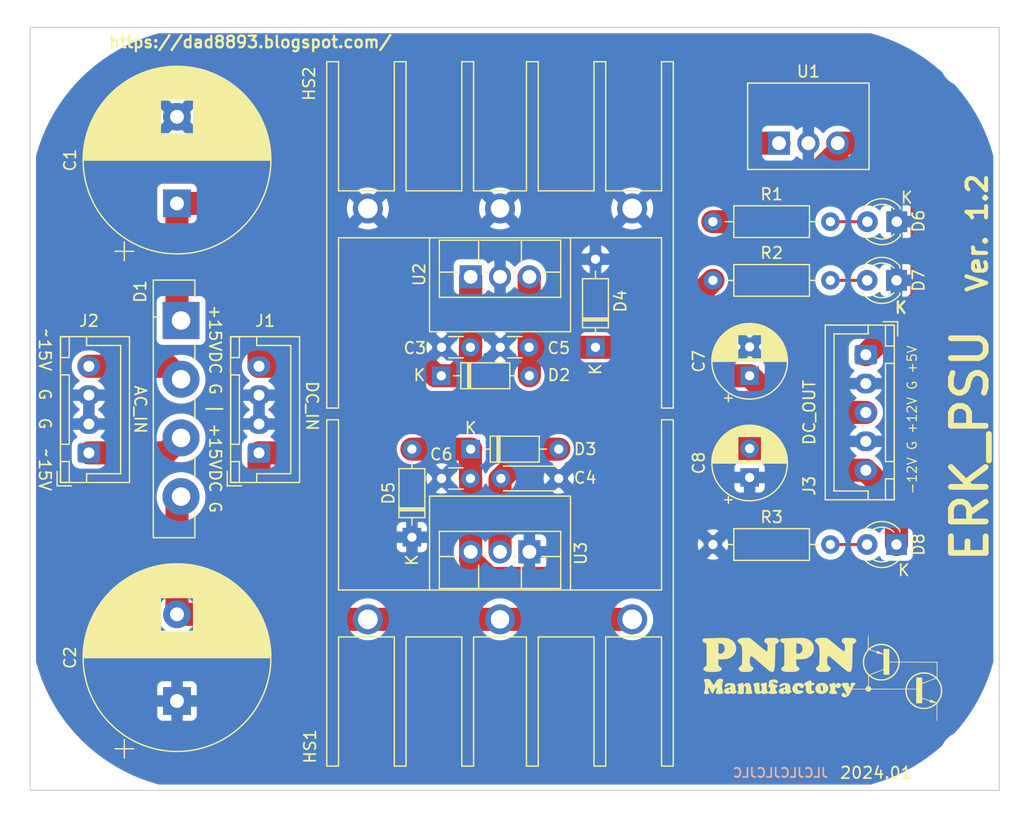
<source format=kicad_pcb>
(kicad_pcb (version 20211014) (generator pcbnew)
  (title_block (title "Dual 12V 5V PSU") (date "2023-02-20") (rev "Ver. 1.1a") (company "PNPN Manufactory"))
  (layers (0 "F.Cu" signal) (31 "B.Cu" signal) (34 "B.Paste" user) (35 "F.Paste" user) (36 "B.SilkS" user "B.Silkscreen") (37 "F.SilkS" user "F.Silkscreen") (38 "B.Mask" user) (39 "F.Mask" user) (44 "Edge.Cuts" user))
  (net 0 "")
  (net 1 "/+15V")
  (net 2 "GND")
  (net 3 "/-15V")
  (net 4 "+5V")
  (net 5 "+12V")
  (net 6 "-12V")
  (net 7 "Net-(D1-Pad2)")
  (net 8 "Net-(D1-Pad3)")
  (net 9 "Net-(D7-Pad2)")
  (net 10 "Net-(D8-Pad2)")
  (net 11 "Net-(D6-Pad2)")
  (footprint "Capacitor_THT:C_Disc_D3.0mm_W1.6mm_P2.50mm" (layer "F.Cu") (at 134.6 93.726 180)
    (fp_text reference "C3" (at 4.806 -0.073) (layer "F.SilkS"))
    (fp_text value "0.33u")
    (pad "1" thru_hole circle (at 0 0 180) (size 1.6 1.6) (drill 0.8) (layers *.Cu *.Mask) (net 1 "/+15V"))
    (pad "2" thru_hole circle (at 2.5 0 180) (size 1.6 1.6) (drill 0.8) (layers *.Cu *.Mask) (net 2 "GND"))
  )
  (footprint "Diode_THT:D_DO-35_SOD27_P7.62mm_Horizontal" (layer "F.Cu") (at 145.415 93.726 90)
    (fp_text reference "D4" (at 3.991 2.159 90) (layer "F.SilkS"))
    (fp_text value "1S4")
    (fp_text user "K" (at -1.905 0 90) (layer "F.SilkS"))
    (pad "1" thru_hole rect (at 0 0 90) (size 1.6 1.6) (drill 0.8) (layers *.Cu *.Mask) (net 5 "+12V"))
    (pad "2" thru_hole oval (at 7.62 0 90) (size 1.6 1.6) (drill 0.8) (layers *.Cu *.Mask) (net 2 "GND"))
  )
  (footprint "Resistor_THT:R_Axial_DIN0207_L6.3mm_D2.5mm_P10.16mm_Horizontal" (layer "F.Cu") (at 155.575 82.858)
    (fp_text reference "R1" (at 5.08 -2.37) (layer "F.SilkS"))
    (fp_text value "1k")
    (pad "1" thru_hole circle (at 0 0) (size 1.6 1.6) (drill 0.8) (layers *.Cu *.Mask) (net 4 "+5V"))
    (pad "2" thru_hole oval (at 10.16 0) (size 1.6 1.6) (drill 0.8) (layers *.Cu *.Mask) (net 11 "Net-(D6-Pad2)"))
  )
  (footprint "Diode_THT:D_DO-35_SOD27_P7.62mm_Horizontal" (layer "F.Cu") (at 132.08 96.193)
    (fp_text reference "D2" (at 10.17 -0.054) (layer "F.SilkS"))
    (fp_text value "1S4")
    (fp_text user "K" (at -1.895 -0.054) (layer "F.SilkS"))
    (pad "1" thru_hole rect (at 0 0) (size 1.6 1.6) (drill 0.8) (layers *.Cu *.Mask) (net 1 "/+15V"))
    (pad "2" thru_hole oval (at 7.62 0) (size 1.6 1.6) (drill 0.8) (layers *.Cu *.Mask) (net 5 "+12V"))
  )
  (footprint "Diode_THT:Diode_Bridge_Vishay_GBU" (layer "F.Cu") (at 109.57 91.41 -90)
    (fp_text reference "D1" (at -2.51 3.525 90) (layer "F.SilkS"))
    (fp_text value "GBU4J")
    (pad "1" thru_hole rect (at 0 0 270) (size 3.2 3.2) (drill 1.6) (layers *.Cu *.Mask) (net 1 "/+15V"))
    (pad "2" thru_hole circle (at 5.08 0 270) (size 3.2 3.2) (drill 1.6) (layers *.Cu *.Mask) (net 7 "Net-(D1-Pad2)"))
    (pad "3" thru_hole circle (at 10.16 0 270) (size 3.2 3.2) (drill 1.6) (layers *.Cu *.Mask) (net 8 "Net-(D1-Pad3)"))
    (pad "4" thru_hole circle (at 15.24 0 270) (size 3.2 3.2) (drill 1.6) (layers *.Cu *.Mask) (net 3 "/-15V"))
  )
  (footprint "Connector_JST:JST_XH_B4B-XH-A_1x04_P2.50mm_Vertical" (layer "F.Cu") (at 101.6 102.87 90)
    (fp_text reference "J2" (at 11.43 0 180) (layer "F.SilkS"))
    (fp_text value "AC_IN")
    (pad "1" thru_hole roundrect (at 0 0 90) (size 1.7 1.95) (drill 0.95) (layers *.Cu *.Mask) (roundrect_rratio 0.1470588235) (net 8 "Net-(D1-Pad3)"))
    (pad "2" thru_hole oval (at 2.5 0 90) (size 1.7 1.95) (drill 0.95) (layers *.Cu *.Mask) (net 2 "GND"))
    (pad "3" thru_hole oval (at 5 0 90) (size 1.7 1.95) (drill 0.95) (layers *.Cu *.Mask) (net 2 "GND"))
    (pad "4" thru_hole oval (at 7.5 0 90) (size 1.7 1.95) (drill 0.95) (layers *.Cu *.Mask) (net 7 "Net-(D1-Pad2)"))
  )
  (footprint "myfootprint:Silk_PNPN_Manufactory_600dpi" (layer "F.Cu") (at 161.29 121.158)
    (fp_text reference "G***" hide)
    (fp_text value "LOGO" hide)
  )
  (footprint "Resistor_THT:R_Axial_DIN0207_L6.3mm_D2.5mm_P10.16mm_Horizontal" (layer "F.Cu") (at 155.575 87.938)
    (fp_text reference "R2" (at 5.08 -2.37) (layer "F.SilkS"))
    (fp_text value "4.7k")
    (pad "1" thru_hole circle (at 0 0) (size 1.6 1.6) (drill 0.8) (layers *.Cu *.Mask) (net 5 "+12V"))
    (pad "2" thru_hole oval (at 10.16 0) (size 1.6 1.6) (drill 0.8) (layers *.Cu *.Mask) (net 9 "Net-(D7-Pad2)"))
  )
  (footprint "Diode_THT:D_DO-35_SOD27_P7.62mm_Horizontal" (layer "F.Cu") (at 129.54 110.163 90)
    (fp_text reference "D5" (at 3.81 -2.032 90) (layer "F.SilkS"))
    (fp_text value "1S4")
    (fp_text user "K" (at -1.978 0 90) (layer "F.SilkS"))
    (pad "1" thru_hole rect (at 0 0 90) (size 1.6 1.6) (drill 0.8) (layers *.Cu *.Mask) (net 2 "GND"))
    (pad "2" thru_hole oval (at 7.62 0 90) (size 1.6 1.6) (drill 0.8) (layers *.Cu *.Mask) (net 6 "-12V"))
  )
  (footprint "Package_TO_SOT_THT:TO-220F-3_Vertical" (layer "F.Cu") (at 134.62 87.63)
    (fp_text reference "U2" (at -4.445 -0.2 90) (layer "F.SilkS"))
    (fp_text value "L7812")
    (pad "1" thru_hole rect (at 0 0) (size 1.905 2) (drill 1.2) (layers *.Cu *.Mask) (net 1 "/+15V"))
    (pad "2" thru_hole oval (at 2.54 0) (size 1.905 2) (drill 1.2) (layers *.Cu *.Mask) (net 2 "GND"))
    (pad "3" thru_hole oval (at 5.08 0) (size 1.905 2) (drill 1.2) (layers *.Cu *.Mask) (net 5 "+12V"))
  )
  (footprint "Capacitor_THT:C_Disc_D3.0mm_W1.6mm_P2.50mm" (layer "F.Cu") (at 132.1 105.083)
    (fp_text reference "C6" (at -0.02 -2.086) (layer "F.SilkS"))
    (fp_text value "0.1u")
    (pad "1" thru_hole circle (at 0 0) (size 1.6 1.6) (drill 0.8) (layers *.Cu *.Mask) (net 2 "GND"))
    (pad "2" thru_hole circle (at 2.5 0) (size 1.6 1.6) (drill 0.8) (layers *.Cu *.Mask) (net 6 "-12V"))
  )
  (footprint "myfootprint:Heatsink_30PC030" (layer "F.Cu") (at 137.16 117.275 90)
    (fp_text reference "HS1" (at -10.995 -16.43 90) (layer "F.SilkS"))
    (fp_text value "Heatsink")
    (pad "1" thru_hole circle (at 0 0 90) (size 2.6 2.6) (drill 1.6) (layers *.Cu *.Mask) (net 3 "/-15V"))
    (pad "2" thru_hole circle (at 0 11.43 90) (size 2.6 2.6) (drill 1.7) (layers *.Cu *.Mask) (net 3 "/-15V"))
    (pad "3" thru_hole circle (at 0 -11.43 90) (size 2.6 2.6) (drill 1.7) (layers *.Cu *.Mask) (net 3 "/-15V"))
  )
  (footprint "Connector_JST:JST_XH_B4B-XH-A_1x04_P2.50mm_Vertical" (layer "F.Cu") (at 116.315 102.87 90)
    (fp_text reference "J1" (at 11.43 0.525) (layer "F.SilkS"))
    (fp_text value "DC_IN")
    (pad "1" thru_hole roundrect (at 0 0 90) (size 1.7 1.95) (drill 0.95) (layers *.Cu *.Mask) (roundrect_rratio 0.1470588235) (net 3 "/-15V"))
    (pad "2" thru_hole oval (at 2.5 0 90) (size 1.7 1.95) (drill 0.95) (layers *.Cu *.Mask) (net 2 "GND"))
    (pad "3" thru_hole oval (at 5 0 90) (size 1.7 1.95) (drill 0.95) (layers *.Cu *.Mask) (net 2 "GND"))
    (pad "4" thru_hole oval (at 7.5 0 90) (size 1.7 1.95) (drill 0.95) (layers *.Cu *.Mask) (net 1 "/+15V"))
  )
  (footprint "Capacitor_THT:C_Disc_D4.3mm_W1.9mm_P5.00mm" (layer "F.Cu") (at 142.24 105.083 180)
    (fp_text reference "C4" (at -2.286 0.054) (layer "F.SilkS"))
    (fp_text value "2.2u")
    (pad "1" thru_hole circle (at 0 0 180) (size 1.6 1.6) (drill 0.8) (layers *.Cu *.Mask) (net 2 "GND"))
    (pad "2" thru_hole circle (at 5 0 180) (size 1.6 1.6) (drill 0.8) (layers *.Cu *.Mask) (net 3 "/-15V"))
  )
  (footprint "LED_THT:LED_D3.0mm" (layer "F.Cu") (at 171.475 82.858 180)
    (fp_text reference "D6" (at -1.88 0.054 90) (layer "F.SilkS"))
    (fp_text value "GREEN")
    (pad "1" thru_hole rect (at 0 0 180) (size 1.8 1.8) (drill 0.9) (layers *.Cu *.Mask) (net 2 "GND"))
    (pad "2" thru_hole circle (at 2.54 0 180) (size 1.8 1.8) (drill 0.9) (layers *.Cu *.Mask) (net 11 "Net-(D6-Pad2)"))
  )
  (footprint "MountingHole:MountingHole_3.2mm_M3" (layer "F.Cu") (at 99.06 68.7205)
    (fp_text reference "H1")
    (fp_text value "MountingHole")
    (pad "" np_thru_hole circle (at 0 0) (size 3.2 3.2) (drill 3.2) (layers *.Cu *.Mask))
  )
  (footprint "MountingHole:MountingHole_3.2mm_M3" (layer "F.Cu") (at 177.34 69.04)
    (fp_text reference "H2")
    (fp_text value "MountingHole")
    (pad "" np_thru_hole circle (at 0 0) (size 3.2 3.2) (drill 3.2) (layers *.Cu *.Mask))
  )
  (footprint "LED_THT:LED_D3.0mm" (layer "F.Cu") (at 171.45 110.798 180)
    (fp_text reference "D8" (at -1.905 0 90) (layer "F.SilkS"))
    (fp_text value "BLUE")
    (pad "1" thru_hole rect (at 0 0 180) (size 1.8 1.8) (drill 0.9) (layers *.Cu *.Mask) (net 6 "-12V"))
    (pad "2" thru_hole circle (at 2.54 0 180) (size 1.8 1.8) (drill 0.9) (layers *.Cu *.Mask) (net 10 "Net-(D8-Pad2)"))
  )
  (footprint "Capacitor_THT:C_Disc_D3.0mm_W1.6mm_P2.50mm" (layer "F.Cu") (at 139.68 93.726 180)
    (fp_text reference "C5" (at -2.56 -0.073 180) (layer "F.SilkS"))
    (fp_text value "0.1u")
    (pad "1" thru_hole circle (at 0 0 180) (size 1.6 1.6) (drill 0.8) (layers *.Cu *.Mask) (net 5 "+12V"))
    (pad "2" thru_hole circle (at 2.5 0 180) (size 1.6 1.6) (drill 0.8) (layers *.Cu *.Mask) (net 2 "GND"))
  )
  (footprint "MountingHole:MountingHole_3.2mm_M3" (layer "F.Cu") (at 177.34 129.08)
    (fp_text reference "H4")
    (fp_text value "MountingHole")
    (pad "" np_thru_hole circle (at 0 0) (size 3.2 3.2) (drill 3.2) (layers *.Cu *.Mask))
  )
  (footprint "Capacitor_THT:CP_Radial_D6.3mm_P2.50mm" (layer "F.Cu") (at 158.75 96.193 90)
    (fp_text reference "C7" (at 1.25 -4.4 90) (layer "F.SilkS"))
    (fp_text value "100u")
    (pad "1" thru_hole rect (at 0 0 90) (size 1.6 1.6) (drill 0.8) (layers *.Cu *.Mask) (net 5 "+12V"))
    (pad "2" thru_hole circle (at 2.5 0 90) (size 1.6 1.6) (drill 0.8) (layers *.Cu *.Mask) (net 2 "GND"))
  )
  (footprint "Package_TO_SOT_THT:TO-220F-3_Vertical" (layer "F.Cu") (at 139.7 111.433 180)
    (fp_text reference "U3" (at -4.445 -0.127 90) (layer "F.SilkS"))
    (fp_text value "L7912")
    (pad "1" thru_hole rect (at 0 0 180) (size 1.905 2) (drill 1.2) (layers *.Cu *.Mask) (net 2 "GND"))
    (pad "2" thru_hole oval (at 2.54 0 180) (size 1.905 2) (drill 1.2) (layers *.Cu *.Mask) (net 3 "/-15V"))
    (pad "3" thru_hole oval (at 5.08 0 180) (size 1.905 2) (drill 1.2) (layers *.Cu *.Mask) (net 6 "-12V"))
  )
  (footprint "myfootprint:Silk_PNPN_Thyristor_1200dpi" (layer "F.Cu") (at 171.45 122.428)
    (fp_text reference "G***" hide)
    (fp_text value "LOGO" hide)
  )
  (footprint "Capacitor_THT:CP_Radial_D16.0mm_P7.50mm" (layer "F.Cu") (at 109.22 124.34 90)
    (fp_text reference "C2" (at 3.75 -9.25 90) (layer "F.SilkS"))
    (fp_text value "2200u")
    (pad "1" thru_hole rect (at 0 0 90) (size 2.4 2.4) (drill 1.2) (layers *.Cu *.Mask) (net 2 "GND"))
    (pad "2" thru_hole circle (at 7.5 0 90) (size 2.4 2.4) (drill 1.2) (layers *.Cu *.Mask) (net 3 "/-15V"))
  )
  (footprint "myfootprint:Heatsink_30PC030" (layer "F.Cu") (at 137.16 81.715 -90)
    (fp_text reference "HS2" (at -10.795 16.51 90) (layer "F.SilkS"))
    (fp_text value "Heatsink")
    (pad "1" thru_hole circle (at 0 0 270) (size 2.6 2.6) (drill 1.6) (layers *.Cu *.Mask) (net 2 "GND"))
    (pad "2" thru_hole circle (at 0 11.43 270) (size 2.6 2.6) (drill 1.7) (layers *.Cu *.Mask) (net 2 "GND"))
    (pad "3" thru_hole circle (at 0 -11.43 270) (size 2.6 2.6) (drill 1.7) (layers *.Cu *.Mask) (net 2 "GND"))
  )
  (footprint "LED_THT:LED_D3.0mm" (layer "F.Cu") (at 171.455 87.938 180)
    (fp_text reference "D7" (at -1.905 0 90) (layer "F.SilkS"))
    (fp_text value "RED")
    (pad "1" thru_hole rect (at 0 0 180) (size 1.8 1.8) (drill 0.9) (layers *.Cu *.Mask) (net 2 "GND"))
    (pad "2" thru_hole circle (at 2.54 0 180) (size 1.8 1.8) (drill 0.9) (layers *.Cu *.Mask) (net 9 "Net-(D7-Pad2)"))
  )
  (footprint "MountingHole:MountingHole_3.2mm_M3" (layer "F.Cu") (at 99.06 129.54)
    (fp_text reference "H3")
    (fp_text value "MountingHole")
    (pad "" np_thru_hole circle (at 0 0) (size 3.2 3.2) (drill 3.2) (layers *.Cu *.Mask))
  )
  (footprint "myfootprint:M78AR-1" (layer "F.Cu") (at 161.29 76.0625)
    (fp_text reference "U1" (at 2.54 -6.1995) (layer "F.SilkS"))
    (fp_text value "M78AR05-1")
    (pad "1" thru_hole rect (at 0 0) (size 1.905 2) (drill 1.2) (layers *.Cu *.Mask) (net 1 "/+15V"))
    (pad "2" thru_hole oval (at 2.54 0) (size 1.905 2) (drill 1.2) (layers *.Cu *.Mask) (net 2 "GND"))
    (pad "3" thru_hole oval (at 5.08 0) (size 1.905 2) (drill 1.2) (layers *.Cu *.Mask) (net 4 "+5V"))
  )
  (footprint "Capacitor_THT:CP_Radial_D16.0mm_P7.50mm" (layer "F.Cu") (at 109.22 81.28 90)
    (fp_text reference "C1" (at 3.75 -9.25 90) (layer "F.SilkS"))
    (fp_text value "2200u")
    (pad "1" thru_hole rect (at 0 0 90) (size 2.4 2.4) (drill 1.2) (layers *.Cu *.Mask) (net 1 "/+15V"))
    (pad "2" thru_hole circle (at 7.5 0 90) (size 2.4 2.4) (drill 1.2) (layers *.Cu *.Mask) (net 2 "GND"))
  )
  (footprint "Connector_JST:JST_XH_B5B-XH-A_1x05_P2.50mm_Vertical" (layer "F.Cu") (at 168.8 94.368 -90)
    (fp_text reference "J3" (at 11.35 4.89 90) (layer "F.SilkS"))
    (fp_text value "DC_OUT")
    (pad "1" thru_hole roundrect (at 0 0 270) (size 1.7 1.95) (drill 0.95) (layers *.Cu *.Mask) (roundrect_rratio 0.1470588235) (net 4 "+5V"))
    (pad "2" thru_hole oval (at 2.5 0 270) (size 1.7 1.95) (drill 0.95) (layers *.Cu *.Mask) (net 2 "GND"))
    (pad "3" thru_hole oval (at 5 0 270) (size 1.7 1.95) (drill 0.95) (layers *.Cu *.Mask) (net 5 "+12V"))
    (pad "4" thru_hole oval (at 7.5 0 270) (size 1.7 1.95) (drill 0.95) (layers *.Cu *.Mask) (net 2 "GND"))
    (pad "5" thru_hole oval (at 10 0 270) (size 1.7 1.95) (drill 0.95) (layers *.Cu *.Mask) (net 6 "-12V"))
  )
  (footprint "Resistor_THT:R_Axial_DIN0207_L6.3mm_D2.5mm_P10.16mm_Horizontal" (layer "F.Cu") (at 155.575 110.798)
    (fp_text reference "R3" (at 5.08 -2.37) (layer "F.SilkS"))
    (fp_text value "4.7k")
    (pad "1" thru_hole circle (at 0 0) (size 1.6 1.6) (drill 0.8) (layers *.Cu *.Mask) (net 2 "GND"))
    (pad "2" thru_hole oval (at 10.16 0) (size 1.6 1.6) (drill 0.8) (layers *.Cu *.Mask) (net 10 "Net-(D8-Pad2)"))
  )
  (footprint "Diode_THT:D_DO-35_SOD27_P7.62mm_Horizontal" (layer "F.Cu") (at 134.62 102.543)
    (fp_text reference "D3" (at 9.906 0) (layer "F.SilkS"))
    (fp_text value "1S4")
    (fp_text user "K" (at 0 -1.832) (layer "F.SilkS"))
    (pad "1" thru_hole rect (at 0 0) (size 1.6 1.6) (drill 0.8) (layers *.Cu *.Mask) (net 6 "-12V"))
    (pad "2" thru_hole oval (at 7.62 0) (size 1.6 1.6) (drill 0.8) (layers *.Cu *.Mask) (net 3 "/-15V"))
  )
  (footprint "Capacitor_THT:CP_Radial_D6.3mm_P2.50mm" (layer "F.Cu") (at 158.75 104.99538 90)
    (fp_text reference "C8" (at 1.25 -4.4 90) (layer "F.SilkS"))
    (fp_text value "100u")
    (pad "1" thru_hole rect (at 0 0 90) (size 1.6 1.6) (drill 0.8) (layers *.Cu *.Mask) (net 2 "GND"))
    (pad "2" thru_hole circle (at 2.5 0 90) (size 1.6 1.6) (drill 0.8) (layers *.Cu *.Mask) (net 6 "-12V"))
  )
  (gr_line (start 180.34 66.04) (end 180.34 132.08) (layer "Edge.Cuts") (width 0.1))
  (gr_line (start 96.52 66.04) (end 180.34 66.04) (layer "Edge.Cuts") (width 0.1))
  (gr_line (start 96.52 132.08) (end 96.52 66.04) (layer "Edge.Cuts") (width 0.1))
  (gr_line (start 180.34 132.08) (end 96.52 132.08) (layer "Edge.Cuts") (width 0.1))
  (gr_text "JLCJLCJLCJLC" (at 161.417 130.556) (layer "B.SilkS") (effects (font (size 0.8 0.8)) (justify mirror)))
  (gr_text "K" (at 172.339 80.772) (layer "F.SilkS") (effects (font (size 1 1))))
  (gr_text "～15V  G  G  ～15V" (at 97.79 99.06 270) (layer "F.SilkS") (effects (font (size 1 1))))
  (gr_text "-12V G +12V G +5V" (at 172.8 100.003 90) (layer "F.SilkS") (effects (font (size 0.8 0.8) (thickness 0.1))))
  (gr_text "ERK_PSU" (at 177.8 102.235 90) (layer "F.SilkS") (effects (font (size 3 3) (thickness 0.5))))
  (gr_text "https://dad8893.blogspot.com/" (at 115.57 67.31) (layer "F.SilkS") (effects (font (size 1 1) (thickness 0.2))))
  (gr_text "2024.01" (at 169.672 130.556) (layer "F.SilkS") (effects (font (size 1 1))))
  (gr_text "+15VDC G | +15VDC G" (at 112.522 99.06 270) (layer "F.SilkS") (effects (font (size 1 1))))
  (gr_text "DC_IN" (at 120.904 98.806 270) (layer "F.SilkS") (effects (font (size 1 1))))
  (gr_text "Ver. 1.2" (at 178.435 83.82 90) (layer "F.SilkS") (effects (font (size 1.7 1.7) (thickness 0.35))))
  (gr_text "AC_IN" (at 106.045 99.12 270) (layer "F.SilkS") (effects (font (size 1 1))))
  (gr_text "K" (at 171.831 90.297) (layer "F.SilkS") (effects (font (size 1 1) (thickness 0.2))))
  (gr_text "DC_OUT" (at 163.91 99.368 90) (layer "F.SilkS") (effects (font (size 1 1))))
  (gr_text "K" (at 172.085 113.03) (layer "F.SilkS") (effects (font (size 1 1))))
  (segment (start 109.22 91.06) (end 109.57 91.41) (width 2) (layer "F.Cu") (net 1))
  (segment (start 134.62 93.706) (end 134.6 93.726) (width 2) (layer "F.Cu") (net 1))
  (segment (start 134.62 87.63) (end 134.62 93.706) (width 2) (layer "F.Cu") (net 1))
  (segment (start 130.774151 95.37) (end 131.597151 96.193) (width 2) (layer "F.Cu") (net 1))
  (segment (start 116.315 95.37) (end 130.774151 95.37) (width 2) (layer "F.Cu") (net 1))
  (segment (start 132.08 96.193) (end 133.26437 96.193) (width 2) (layer "F.Cu") (net 1))
  (segment (start 116.315 83.93) (end 116.315 95.37) (width 2) (layer "F.Cu") (net 1))
  (segment (start 109.22 81.28) (end 109.22 91.06) (width 2) (layer "F.Cu") (net 1))
  (segment (start 113.665 81.28) (end 116.315 83.93) (width 2) (layer "F.Cu") (net 1))
  (segment (start 161.29 76.0625) (end 124.1825 76.0625) (width 2) (layer "F.Cu") (net 1))
  (segment (start 134.6 94.85737) (end 134.6 93.726) (width 2) (layer "F.Cu") (net 1))
  (segment (start 109.22 81.28) (end 113.665 81.28) (width 2) (layer "F.Cu") (net 1))
  (segment (start 133.26437 96.193) (end 134.6 94.85737) (width 2) (layer "F.Cu") (net 1))
  (segment (start 124.1825 76.0625) (end 116.315 83.93) (width 2) (layer "F.Cu") (net 1))
  (segment (start 131.597151 96.193) (end 132.08 96.193) (width 2) (layer "F.Cu") (net 1))
  (segment (start 125.73 117.275) (end 120.035 117.275) (width 2) (layer "F.Cu") (net 3))
  (segment (start 116.315 113.555) (end 116.315 102.87) (width 2) (layer "F.Cu") (net 3))
  (segment (start 137.48 100.243) (end 139.78 102.543) (width 2) (layer "F.Cu") (net 3))
  (segment (start 109.22 107) (end 109.57 106.65) (width 2) (layer "F.Cu") (net 3))
  (segment (start 113.03 116.84) (end 116.315 113.555) (width 2) (layer "F.Cu") (net 3))
  (segment (start 137.16 117.275) (end 125.73 117.275) (width 2) (layer "F.Cu") (net 3))
  (segment (start 137.24 105.083) (end 139.78 102.543) (width 2) (layer "F.Cu") (net 3))
  (segment (start 116.315 102.87) (end 125.960309 102.87) (width 2) (layer "F.Cu") (net 3))
  (segment (start 125.960309 102.87) (end 128.587309 100.243) (width 2) (layer "F.Cu") (net 3))
  (segment (start 137.16 105.163) (end 137.24 105.083) (width 2) (layer "F.Cu") (net 3))
  (segment (start 139.78 102.543) (end 142.24 102.543) (width 2) (layer "F.Cu") (net 3))
  (segment (start 109.22 116.84) (end 109.22 107) (width 2) (layer "F.Cu") (net 3))
  (segment (start 109.22 116.84) (end 113.03 116.84) (width 2) (layer "F.Cu") (net 3))
  (segment (start 120.035 117.275) (end 116.315 113.555) (width 2) (layer "F.Cu") (net 3))
  (segment (start 148.59 117.275) (end 137.16 117.275) (width 2) (layer "F.Cu") (net 3))
  (segment (start 128.587309 100.243) (end 137.48 100.243) (width 2) (layer "F.Cu") (net 3))
  (segment (start 137.16 111.433) (end 137.16 105.163) (width 2) (layer "F.Cu") (net 3))
  (segment (start 173.675 80.415) (end 173.675 89.493) (width 2) (layer "F.Cu") (net 4))
  (segment (start 173.675 89.493) (end 168.8 94.368) (width 2) (layer "F.Cu") (net 4))
  (segment (start 155.575 82.858) (end 160.347 82.858) (width 2) (layer "F.Cu") (net 4))
  (segment (start 160.347 82.858) (end 166.37 76.835) (width 2) (layer "F.Cu") (net 4))
  (segment (start 166.37 76.0625) (end 169.3225 76.0625) (width 2) (layer "F.Cu") (net 4))
  (segment (start 169.3225 76.0625) (end 173.675 80.415) (width 2) (layer "F.Cu") (net 4))
  (segment (start 139.68 93.726) (end 139.68 87.65) (width 2) (layer "F.Cu") (net 5))
  (segment (start 152.4 96.193) (end 149.86 93.653) (width 2) (layer "F.Cu") (net 5))
  (segment (start 161.925 99.368) (end 158.75 96.193) (width 2) (layer "F.Cu") (net 5))
  (segment (start 158.75 96.193) (end 152.4 96.193) (width 2) (layer "F.Cu") (net 5))
  (segment (start 168.8 99.368) (end 161.925 99.368) (width 2) (layer "F.Cu") (net 5))
  (segment (start 149.787 93.726) (end 149.86 93.653) (width 2) (layer "F.Cu") (net 5))
  (segment (start 139.68 93.726) (end 145.415 93.726) (width 2) (layer "F.Cu") (net 5))
  (segment (start 139.68 87.65) (end 139.7 87.63) (width 2) (layer "F.Cu") (net 5))
  (segment (start 139.7 96.193) (end 139.7 93.746) (width 2) (layer "F.Cu") (net 5))
  (segment (start 139.7 93.746) (end 139.68 93.726) (width 2) (layer "F.Cu") (net 5))
  (segment (start 149.86 93.653) (end 155.575 87.938) (width 2) (layer "F.Cu") (net 5))
  (segment (start 145.415 93.726) (end 149.787 93.726) (width 2) (layer "F.Cu") (net 5))
  (segment (start 134.62 111.433) (end 134.62 112.145691) (width 2) (layer "F.Cu") (net 6))
  (segment (start 134.6 102.563) (end 134.62 102.543) (width 2) (layer "F.Cu") (net 6))
  (segment (start 168.8 104.368) (end 162.32262 104.368) (width 2) (layer "F.Cu") (net 6))
  (segment (start 136.207309 113.733) (end 145.81238 113.733) (width 2) (layer "F.Cu") (net 6))
  (segment (start 134.6 105.083) (end 134.6 102.563) (width 2) (layer "F.Cu") (net 6))
  (segment (start 157.05 102.49538) (end 158.75 102.49538) (width 2) (layer "F.Cu") (net 6))
  (segment (start 160.45 102.49538) (end 158.75 102.49538) (width 2) (layer "F.Cu") (net 6))
  (segment (start 134.62 102.543) (end 129.54 102.543) (width 2) (layer "F.Cu") (net 6))
  (segment (start 162.32262 104.368) (end 160.45 102.49538) (width 2) (layer "F.Cu") (net 6))
  (segment (start 134.62 111.433) (end 134.62 105.103) (width 2) (layer "F.Cu") (net 6))
  (segment (start 168.8 104.368) (end 171.45 107.018) (width 2) (layer "F.Cu") (net 6))
  (segment (start 134.62 112.145691) (end 136.207309 113.733) (width 2) (layer "F.Cu") (net 6))
  (segment (start 171.45 107.018) (end 171.45 110.798) (width 2) (layer "F.Cu") (net 6))
  (segment (start 145.81238 113.733) (end 157.05 102.49538) (width 2) (layer "F.Cu") (net 6))
  (segment (start 134.62 105.103) (end 134.6 105.083) (width 2) (layer "F.Cu") (net 6))
  (segment (start 101.6 95.37) (end 108.45 95.37) (width 2) (layer "F.Cu") (net 7))
  (segment (start 108.45 95.37) (end 109.57 96.49) (width 2) (layer "F.Cu") (net 7))
  (segment (start 101.6 102.87) (end 108.27 102.87) (width 2) (layer "F.Cu") (net 8))
  (segment (start 108.27 102.87) (end 109.57 101.57) (width 2) (layer "F.Cu") (net 8))
  (segment (start 165.735 87.938) (end 168.915 87.938) (width 0.25) (layer "F.Cu") (net 9))
  (segment (start 165.735 110.798) (end 168.91 110.798) (width 0.25) (layer "F.Cu") (net 10))
  (segment (start 165.735 82.858) (end 168.935 82.858) (width 0.25) (layer "F.Cu") (net 11))
  (zone (net 2) (net_name "GND") (layer "B.Cu") (connect_pads (clearance 0.508)) (min_thickness 0.254) (fill yes (thermal_gap 0.508) (thermal_bridge_width 1) (smoothing fillet) (radius 15))
    (polygon (pts (xy 180.34 132.08) (xy 96.52 132.08) (xy 96.52 66.04) (xy 180.34 66.04)))
  )
)
</source>
